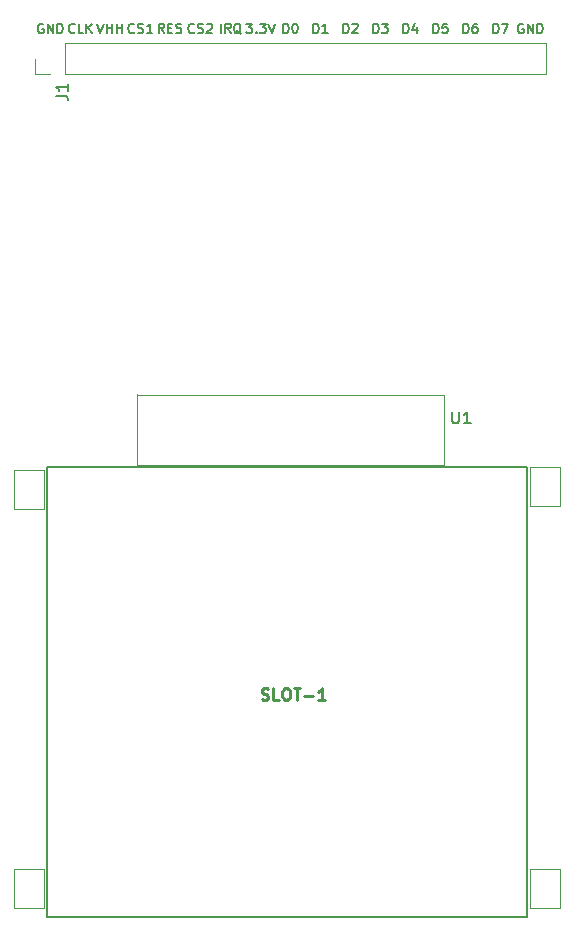
<source format=gbr>
%TF.GenerationSoftware,KiCad,Pcbnew,(6.0.4)*%
%TF.CreationDate,2022-07-04T19:49:19+02:00*%
%TF.ProjectId,NDS Card Reader,4e445320-4361-4726-9420-526561646572,rev?*%
%TF.SameCoordinates,Original*%
%TF.FileFunction,Legend,Top*%
%TF.FilePolarity,Positive*%
%FSLAX46Y46*%
G04 Gerber Fmt 4.6, Leading zero omitted, Abs format (unit mm)*
G04 Created by KiCad (PCBNEW (6.0.4)) date 2022-07-04 19:49:19*
%MOMM*%
%LPD*%
G01*
G04 APERTURE LIST*
%ADD10C,0.100000*%
%ADD11C,0.150000*%
%ADD12C,0.200000*%
%ADD13C,0.250000*%
%ADD14C,0.120000*%
G04 APERTURE END LIST*
D10*
X126492000Y-152400000D02*
X129032000Y-152400000D01*
X129032000Y-152400000D02*
X129032000Y-155702000D01*
X129032000Y-155702000D02*
X126492000Y-155702000D01*
X126492000Y-155702000D02*
X126492000Y-152400000D01*
X170180000Y-152400000D02*
X172720000Y-152400000D01*
X172720000Y-152400000D02*
X172720000Y-155702000D01*
X172720000Y-155702000D02*
X170180000Y-155702000D01*
X170180000Y-155702000D02*
X170180000Y-152400000D01*
X126492000Y-118618000D02*
X129032000Y-118618000D01*
X129032000Y-118618000D02*
X129032000Y-121920000D01*
X129032000Y-121920000D02*
X126492000Y-121920000D01*
X126492000Y-121920000D02*
X126492000Y-118618000D01*
X170180000Y-118364000D02*
X172720000Y-118364000D01*
X172720000Y-118364000D02*
X172720000Y-121666000D01*
X172720000Y-121666000D02*
X170180000Y-121666000D01*
X170180000Y-121666000D02*
X170180000Y-118364000D01*
D11*
X169926000Y-118359153D02*
X129300000Y-118359153D01*
X129300000Y-118359153D02*
X129300000Y-156464000D01*
X129300000Y-156464000D02*
X169926000Y-156464000D01*
X169926000Y-156464000D02*
X169926000Y-118359153D01*
D12*
X143960952Y-81641904D02*
X143960952Y-80841904D01*
X144799047Y-81641904D02*
X144532380Y-81260952D01*
X144341904Y-81641904D02*
X144341904Y-80841904D01*
X144646666Y-80841904D01*
X144722857Y-80880000D01*
X144760952Y-80918095D01*
X144799047Y-80994285D01*
X144799047Y-81108571D01*
X144760952Y-81184761D01*
X144722857Y-81222857D01*
X144646666Y-81260952D01*
X144341904Y-81260952D01*
X145675238Y-81718095D02*
X145599047Y-81680000D01*
X145522857Y-81603809D01*
X145408571Y-81489523D01*
X145332380Y-81451428D01*
X145256190Y-81451428D01*
X145294285Y-81641904D02*
X145218095Y-81603809D01*
X145141904Y-81527619D01*
X145103809Y-81375238D01*
X145103809Y-81108571D01*
X145141904Y-80956190D01*
X145218095Y-80880000D01*
X145294285Y-80841904D01*
X145446666Y-80841904D01*
X145522857Y-80880000D01*
X145599047Y-80956190D01*
X145637142Y-81108571D01*
X145637142Y-81375238D01*
X145599047Y-81527619D01*
X145522857Y-81603809D01*
X145446666Y-81641904D01*
X145294285Y-81641904D01*
X154349523Y-81641904D02*
X154349523Y-80841904D01*
X154540000Y-80841904D01*
X154654285Y-80880000D01*
X154730476Y-80956190D01*
X154768571Y-81032380D01*
X154806666Y-81184761D01*
X154806666Y-81299047D01*
X154768571Y-81451428D01*
X154730476Y-81527619D01*
X154654285Y-81603809D01*
X154540000Y-81641904D01*
X154349523Y-81641904D01*
X155111428Y-80918095D02*
X155149523Y-80880000D01*
X155225714Y-80841904D01*
X155416190Y-80841904D01*
X155492380Y-80880000D01*
X155530476Y-80918095D01*
X155568571Y-80994285D01*
X155568571Y-81070476D01*
X155530476Y-81184761D01*
X155073333Y-81641904D01*
X155568571Y-81641904D01*
X136645714Y-81565714D02*
X136607619Y-81603809D01*
X136493333Y-81641904D01*
X136417142Y-81641904D01*
X136302857Y-81603809D01*
X136226666Y-81527619D01*
X136188571Y-81451428D01*
X136150476Y-81299047D01*
X136150476Y-81184761D01*
X136188571Y-81032380D01*
X136226666Y-80956190D01*
X136302857Y-80880000D01*
X136417142Y-80841904D01*
X136493333Y-80841904D01*
X136607619Y-80880000D01*
X136645714Y-80918095D01*
X136950476Y-81603809D02*
X137064761Y-81641904D01*
X137255238Y-81641904D01*
X137331428Y-81603809D01*
X137369523Y-81565714D01*
X137407619Y-81489523D01*
X137407619Y-81413333D01*
X137369523Y-81337142D01*
X137331428Y-81299047D01*
X137255238Y-81260952D01*
X137102857Y-81222857D01*
X137026666Y-81184761D01*
X136988571Y-81146666D01*
X136950476Y-81070476D01*
X136950476Y-80994285D01*
X136988571Y-80918095D01*
X137026666Y-80880000D01*
X137102857Y-80841904D01*
X137293333Y-80841904D01*
X137407619Y-80880000D01*
X138169523Y-81641904D02*
X137712380Y-81641904D01*
X137940952Y-81641904D02*
X137940952Y-80841904D01*
X137864761Y-80956190D01*
X137788571Y-81032380D01*
X137712380Y-81070476D01*
X128930476Y-80880000D02*
X128854285Y-80841904D01*
X128740000Y-80841904D01*
X128625714Y-80880000D01*
X128549523Y-80956190D01*
X128511428Y-81032380D01*
X128473333Y-81184761D01*
X128473333Y-81299047D01*
X128511428Y-81451428D01*
X128549523Y-81527619D01*
X128625714Y-81603809D01*
X128740000Y-81641904D01*
X128816190Y-81641904D01*
X128930476Y-81603809D01*
X128968571Y-81565714D01*
X128968571Y-81299047D01*
X128816190Y-81299047D01*
X129311428Y-81641904D02*
X129311428Y-80841904D01*
X129768571Y-81641904D01*
X129768571Y-80841904D01*
X130149523Y-81641904D02*
X130149523Y-80841904D01*
X130340000Y-80841904D01*
X130454285Y-80880000D01*
X130530476Y-80956190D01*
X130568571Y-81032380D01*
X130606666Y-81184761D01*
X130606666Y-81299047D01*
X130568571Y-81451428D01*
X130530476Y-81527619D01*
X130454285Y-81603809D01*
X130340000Y-81641904D01*
X130149523Y-81641904D01*
X133515238Y-80841904D02*
X133781904Y-81641904D01*
X134048571Y-80841904D01*
X134315238Y-81641904D02*
X134315238Y-80841904D01*
X134315238Y-81222857D02*
X134772380Y-81222857D01*
X134772380Y-81641904D02*
X134772380Y-80841904D01*
X135153333Y-81641904D02*
X135153333Y-80841904D01*
X135153333Y-81222857D02*
X135610476Y-81222857D01*
X135610476Y-81641904D02*
X135610476Y-80841904D01*
X131603809Y-81565714D02*
X131565714Y-81603809D01*
X131451428Y-81641904D01*
X131375238Y-81641904D01*
X131260952Y-81603809D01*
X131184761Y-81527619D01*
X131146666Y-81451428D01*
X131108571Y-81299047D01*
X131108571Y-81184761D01*
X131146666Y-81032380D01*
X131184761Y-80956190D01*
X131260952Y-80880000D01*
X131375238Y-80841904D01*
X131451428Y-80841904D01*
X131565714Y-80880000D01*
X131603809Y-80918095D01*
X132327619Y-81641904D02*
X131946666Y-81641904D01*
X131946666Y-80841904D01*
X132594285Y-81641904D02*
X132594285Y-80841904D01*
X133051428Y-81641904D02*
X132708571Y-81184761D01*
X133051428Y-80841904D02*
X132594285Y-81299047D01*
X149269523Y-81641904D02*
X149269523Y-80841904D01*
X149460000Y-80841904D01*
X149574285Y-80880000D01*
X149650476Y-80956190D01*
X149688571Y-81032380D01*
X149726666Y-81184761D01*
X149726666Y-81299047D01*
X149688571Y-81451428D01*
X149650476Y-81527619D01*
X149574285Y-81603809D01*
X149460000Y-81641904D01*
X149269523Y-81641904D01*
X150221904Y-80841904D02*
X150298095Y-80841904D01*
X150374285Y-80880000D01*
X150412380Y-80918095D01*
X150450476Y-80994285D01*
X150488571Y-81146666D01*
X150488571Y-81337142D01*
X150450476Y-81489523D01*
X150412380Y-81565714D01*
X150374285Y-81603809D01*
X150298095Y-81641904D01*
X150221904Y-81641904D01*
X150145714Y-81603809D01*
X150107619Y-81565714D01*
X150069523Y-81489523D01*
X150031428Y-81337142D01*
X150031428Y-81146666D01*
X150069523Y-80994285D01*
X150107619Y-80918095D01*
X150145714Y-80880000D01*
X150221904Y-80841904D01*
X141725714Y-81565714D02*
X141687619Y-81603809D01*
X141573333Y-81641904D01*
X141497142Y-81641904D01*
X141382857Y-81603809D01*
X141306666Y-81527619D01*
X141268571Y-81451428D01*
X141230476Y-81299047D01*
X141230476Y-81184761D01*
X141268571Y-81032380D01*
X141306666Y-80956190D01*
X141382857Y-80880000D01*
X141497142Y-80841904D01*
X141573333Y-80841904D01*
X141687619Y-80880000D01*
X141725714Y-80918095D01*
X142030476Y-81603809D02*
X142144761Y-81641904D01*
X142335238Y-81641904D01*
X142411428Y-81603809D01*
X142449523Y-81565714D01*
X142487619Y-81489523D01*
X142487619Y-81413333D01*
X142449523Y-81337142D01*
X142411428Y-81299047D01*
X142335238Y-81260952D01*
X142182857Y-81222857D01*
X142106666Y-81184761D01*
X142068571Y-81146666D01*
X142030476Y-81070476D01*
X142030476Y-80994285D01*
X142068571Y-80918095D01*
X142106666Y-80880000D01*
X142182857Y-80841904D01*
X142373333Y-80841904D01*
X142487619Y-80880000D01*
X142792380Y-80918095D02*
X142830476Y-80880000D01*
X142906666Y-80841904D01*
X143097142Y-80841904D01*
X143173333Y-80880000D01*
X143211428Y-80918095D01*
X143249523Y-80994285D01*
X143249523Y-81070476D01*
X143211428Y-81184761D01*
X142754285Y-81641904D01*
X143249523Y-81641904D01*
X151809523Y-81641904D02*
X151809523Y-80841904D01*
X152000000Y-80841904D01*
X152114285Y-80880000D01*
X152190476Y-80956190D01*
X152228571Y-81032380D01*
X152266666Y-81184761D01*
X152266666Y-81299047D01*
X152228571Y-81451428D01*
X152190476Y-81527619D01*
X152114285Y-81603809D01*
X152000000Y-81641904D01*
X151809523Y-81641904D01*
X153028571Y-81641904D02*
X152571428Y-81641904D01*
X152800000Y-81641904D02*
X152800000Y-80841904D01*
X152723809Y-80956190D01*
X152647619Y-81032380D01*
X152571428Y-81070476D01*
X161969523Y-81641904D02*
X161969523Y-80841904D01*
X162160000Y-80841904D01*
X162274285Y-80880000D01*
X162350476Y-80956190D01*
X162388571Y-81032380D01*
X162426666Y-81184761D01*
X162426666Y-81299047D01*
X162388571Y-81451428D01*
X162350476Y-81527619D01*
X162274285Y-81603809D01*
X162160000Y-81641904D01*
X161969523Y-81641904D01*
X163150476Y-80841904D02*
X162769523Y-80841904D01*
X162731428Y-81222857D01*
X162769523Y-81184761D01*
X162845714Y-81146666D01*
X163036190Y-81146666D01*
X163112380Y-81184761D01*
X163150476Y-81222857D01*
X163188571Y-81299047D01*
X163188571Y-81489523D01*
X163150476Y-81565714D01*
X163112380Y-81603809D01*
X163036190Y-81641904D01*
X162845714Y-81641904D01*
X162769523Y-81603809D01*
X162731428Y-81565714D01*
X146139047Y-80841904D02*
X146634285Y-80841904D01*
X146367619Y-81146666D01*
X146481904Y-81146666D01*
X146558095Y-81184761D01*
X146596190Y-81222857D01*
X146634285Y-81299047D01*
X146634285Y-81489523D01*
X146596190Y-81565714D01*
X146558095Y-81603809D01*
X146481904Y-81641904D01*
X146253333Y-81641904D01*
X146177142Y-81603809D01*
X146139047Y-81565714D01*
X146977142Y-81565714D02*
X147015238Y-81603809D01*
X146977142Y-81641904D01*
X146939047Y-81603809D01*
X146977142Y-81565714D01*
X146977142Y-81641904D01*
X147281904Y-80841904D02*
X147777142Y-80841904D01*
X147510476Y-81146666D01*
X147624761Y-81146666D01*
X147700952Y-81184761D01*
X147739047Y-81222857D01*
X147777142Y-81299047D01*
X147777142Y-81489523D01*
X147739047Y-81565714D01*
X147700952Y-81603809D01*
X147624761Y-81641904D01*
X147396190Y-81641904D01*
X147320000Y-81603809D01*
X147281904Y-81565714D01*
X148005714Y-80841904D02*
X148272380Y-81641904D01*
X148539047Y-80841904D01*
X159429523Y-81641904D02*
X159429523Y-80841904D01*
X159620000Y-80841904D01*
X159734285Y-80880000D01*
X159810476Y-80956190D01*
X159848571Y-81032380D01*
X159886666Y-81184761D01*
X159886666Y-81299047D01*
X159848571Y-81451428D01*
X159810476Y-81527619D01*
X159734285Y-81603809D01*
X159620000Y-81641904D01*
X159429523Y-81641904D01*
X160572380Y-81108571D02*
X160572380Y-81641904D01*
X160381904Y-80803809D02*
X160191428Y-81375238D01*
X160686666Y-81375238D01*
X164509523Y-81641904D02*
X164509523Y-80841904D01*
X164700000Y-80841904D01*
X164814285Y-80880000D01*
X164890476Y-80956190D01*
X164928571Y-81032380D01*
X164966666Y-81184761D01*
X164966666Y-81299047D01*
X164928571Y-81451428D01*
X164890476Y-81527619D01*
X164814285Y-81603809D01*
X164700000Y-81641904D01*
X164509523Y-81641904D01*
X165652380Y-80841904D02*
X165500000Y-80841904D01*
X165423809Y-80880000D01*
X165385714Y-80918095D01*
X165309523Y-81032380D01*
X165271428Y-81184761D01*
X165271428Y-81489523D01*
X165309523Y-81565714D01*
X165347619Y-81603809D01*
X165423809Y-81641904D01*
X165576190Y-81641904D01*
X165652380Y-81603809D01*
X165690476Y-81565714D01*
X165728571Y-81489523D01*
X165728571Y-81299047D01*
X165690476Y-81222857D01*
X165652380Y-81184761D01*
X165576190Y-81146666D01*
X165423809Y-81146666D01*
X165347619Y-81184761D01*
X165309523Y-81222857D01*
X165271428Y-81299047D01*
D13*
X147423523Y-138072761D02*
X147566380Y-138120380D01*
X147804476Y-138120380D01*
X147899714Y-138072761D01*
X147947333Y-138025142D01*
X147994952Y-137929904D01*
X147994952Y-137834666D01*
X147947333Y-137739428D01*
X147899714Y-137691809D01*
X147804476Y-137644190D01*
X147614000Y-137596571D01*
X147518761Y-137548952D01*
X147471142Y-137501333D01*
X147423523Y-137406095D01*
X147423523Y-137310857D01*
X147471142Y-137215619D01*
X147518761Y-137168000D01*
X147614000Y-137120380D01*
X147852095Y-137120380D01*
X147994952Y-137168000D01*
X148899714Y-138120380D02*
X148423523Y-138120380D01*
X148423523Y-137120380D01*
X149423523Y-137120380D02*
X149614000Y-137120380D01*
X149709238Y-137168000D01*
X149804476Y-137263238D01*
X149852095Y-137453714D01*
X149852095Y-137787047D01*
X149804476Y-137977523D01*
X149709238Y-138072761D01*
X149614000Y-138120380D01*
X149423523Y-138120380D01*
X149328285Y-138072761D01*
X149233047Y-137977523D01*
X149185428Y-137787047D01*
X149185428Y-137453714D01*
X149233047Y-137263238D01*
X149328285Y-137168000D01*
X149423523Y-137120380D01*
X150137809Y-137120380D02*
X150709238Y-137120380D01*
X150423523Y-138120380D02*
X150423523Y-137120380D01*
X151042571Y-137739428D02*
X151804476Y-137739428D01*
X152804476Y-138120380D02*
X152233047Y-138120380D01*
X152518761Y-138120380D02*
X152518761Y-137120380D01*
X152423523Y-137263238D01*
X152328285Y-137358476D01*
X152233047Y-137406095D01*
D12*
X156889523Y-81641904D02*
X156889523Y-80841904D01*
X157080000Y-80841904D01*
X157194285Y-80880000D01*
X157270476Y-80956190D01*
X157308571Y-81032380D01*
X157346666Y-81184761D01*
X157346666Y-81299047D01*
X157308571Y-81451428D01*
X157270476Y-81527619D01*
X157194285Y-81603809D01*
X157080000Y-81641904D01*
X156889523Y-81641904D01*
X157613333Y-80841904D02*
X158108571Y-80841904D01*
X157841904Y-81146666D01*
X157956190Y-81146666D01*
X158032380Y-81184761D01*
X158070476Y-81222857D01*
X158108571Y-81299047D01*
X158108571Y-81489523D01*
X158070476Y-81565714D01*
X158032380Y-81603809D01*
X157956190Y-81641904D01*
X157727619Y-81641904D01*
X157651428Y-81603809D01*
X157613333Y-81565714D01*
X169570476Y-80880000D02*
X169494285Y-80841904D01*
X169380000Y-80841904D01*
X169265714Y-80880000D01*
X169189523Y-80956190D01*
X169151428Y-81032380D01*
X169113333Y-81184761D01*
X169113333Y-81299047D01*
X169151428Y-81451428D01*
X169189523Y-81527619D01*
X169265714Y-81603809D01*
X169380000Y-81641904D01*
X169456190Y-81641904D01*
X169570476Y-81603809D01*
X169608571Y-81565714D01*
X169608571Y-81299047D01*
X169456190Y-81299047D01*
X169951428Y-81641904D02*
X169951428Y-80841904D01*
X170408571Y-81641904D01*
X170408571Y-80841904D01*
X170789523Y-81641904D02*
X170789523Y-80841904D01*
X170980000Y-80841904D01*
X171094285Y-80880000D01*
X171170476Y-80956190D01*
X171208571Y-81032380D01*
X171246666Y-81184761D01*
X171246666Y-81299047D01*
X171208571Y-81451428D01*
X171170476Y-81527619D01*
X171094285Y-81603809D01*
X170980000Y-81641904D01*
X170789523Y-81641904D01*
X139162334Y-81641904D02*
X138895668Y-81260952D01*
X138705192Y-81641904D02*
X138705192Y-80841904D01*
X139009953Y-80841904D01*
X139086144Y-80880000D01*
X139124239Y-80918095D01*
X139162334Y-80994285D01*
X139162334Y-81108571D01*
X139124239Y-81184761D01*
X139086144Y-81222857D01*
X139009953Y-81260952D01*
X138705192Y-81260952D01*
X139505192Y-81222857D02*
X139771858Y-81222857D01*
X139886144Y-81641904D02*
X139505192Y-81641904D01*
X139505192Y-80841904D01*
X139886144Y-80841904D01*
X140190906Y-81603809D02*
X140305192Y-81641904D01*
X140495668Y-81641904D01*
X140571858Y-81603809D01*
X140609953Y-81565714D01*
X140648049Y-81489523D01*
X140648049Y-81413333D01*
X140609953Y-81337142D01*
X140571858Y-81299047D01*
X140495668Y-81260952D01*
X140343287Y-81222857D01*
X140267096Y-81184761D01*
X140229001Y-81146666D01*
X140190906Y-81070476D01*
X140190906Y-80994285D01*
X140229001Y-80918095D01*
X140267096Y-80880000D01*
X140343287Y-80841904D01*
X140533763Y-80841904D01*
X140648049Y-80880000D01*
X167049523Y-81641904D02*
X167049523Y-80841904D01*
X167240000Y-80841904D01*
X167354285Y-80880000D01*
X167430476Y-80956190D01*
X167468571Y-81032380D01*
X167506666Y-81184761D01*
X167506666Y-81299047D01*
X167468571Y-81451428D01*
X167430476Y-81527619D01*
X167354285Y-81603809D01*
X167240000Y-81641904D01*
X167049523Y-81641904D01*
X167773333Y-80841904D02*
X168306666Y-80841904D01*
X167963809Y-81641904D01*
D11*
%TO.C,U1*%
X163576095Y-113704380D02*
X163576095Y-114513904D01*
X163623714Y-114609142D01*
X163671333Y-114656761D01*
X163766571Y-114704380D01*
X163957047Y-114704380D01*
X164052285Y-114656761D01*
X164099904Y-114609142D01*
X164147523Y-114513904D01*
X164147523Y-113704380D01*
X165147523Y-114704380D02*
X164576095Y-114704380D01*
X164861809Y-114704380D02*
X164861809Y-113704380D01*
X164766571Y-113847238D01*
X164671333Y-113942476D01*
X164576095Y-113990095D01*
%TO.C,J1*%
X130008380Y-86947333D02*
X130722666Y-86947333D01*
X130865523Y-86994952D01*
X130960761Y-87090190D01*
X131008380Y-87233047D01*
X131008380Y-87328285D01*
X131008380Y-85947333D02*
X131008380Y-86518761D01*
X131008380Y-86233047D02*
X130008380Y-86233047D01*
X130151238Y-86328285D01*
X130246476Y-86423523D01*
X130294095Y-86518761D01*
D14*
%TO.C,U1*%
X162860000Y-118204000D02*
X162860000Y-112254000D01*
X136910000Y-112204000D02*
X136910000Y-118204000D01*
X136910000Y-118204000D02*
X162860000Y-118204000D01*
X162860000Y-112254000D02*
X136860000Y-112254000D01*
%TO.C,J1*%
X130810000Y-85150000D02*
X171510000Y-85150000D01*
X129540000Y-85150000D02*
X128210000Y-85150000D01*
X130810000Y-85150000D02*
X130810000Y-82490000D01*
X128210000Y-85150000D02*
X128210000Y-83820000D01*
X171510000Y-85150000D02*
X171510000Y-82490000D01*
X130810000Y-82490000D02*
X171510000Y-82490000D01*
%TD*%
M02*

</source>
